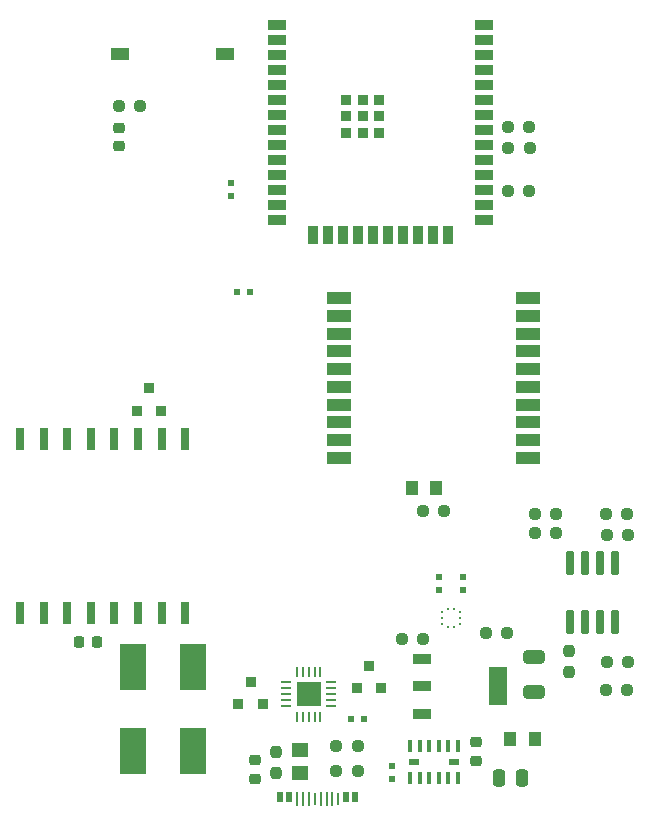
<source format=gbr>
%TF.GenerationSoftware,KiCad,Pcbnew,8.0.5*%
%TF.CreationDate,2025-03-30T22:56:12-04:00*%
%TF.ProjectId,TR3V4,54523356-342e-46b6-9963-61645f706362,rev?*%
%TF.SameCoordinates,Original*%
%TF.FileFunction,Paste,Top*%
%TF.FilePolarity,Positive*%
%FSLAX46Y46*%
G04 Gerber Fmt 4.6, Leading zero omitted, Abs format (unit mm)*
G04 Created by KiCad (PCBNEW 8.0.5) date 2025-03-30 22:56:12*
%MOMM*%
%LPD*%
G01*
G04 APERTURE LIST*
G04 Aperture macros list*
%AMRoundRect*
0 Rectangle with rounded corners*
0 $1 Rounding radius*
0 $2 $3 $4 $5 $6 $7 $8 $9 X,Y pos of 4 corners*
0 Add a 4 corners polygon primitive as box body*
4,1,4,$2,$3,$4,$5,$6,$7,$8,$9,$2,$3,0*
0 Add four circle primitives for the rounded corners*
1,1,$1+$1,$2,$3*
1,1,$1+$1,$4,$5*
1,1,$1+$1,$6,$7*
1,1,$1+$1,$8,$9*
0 Add four rect primitives between the rounded corners*
20,1,$1+$1,$2,$3,$4,$5,0*
20,1,$1+$1,$4,$5,$6,$7,0*
20,1,$1+$1,$6,$7,$8,$9,0*
20,1,$1+$1,$8,$9,$2,$3,0*%
G04 Aperture macros list end*
%ADD10R,0.812800X0.889000*%
%ADD11RoundRect,0.237500X-0.250000X-0.237500X0.250000X-0.237500X0.250000X0.237500X-0.250000X0.237500X0*%
%ADD12RoundRect,0.237500X0.250000X0.237500X-0.250000X0.237500X-0.250000X-0.237500X0.250000X-0.237500X0*%
%ADD13R,0.449200X1.117800*%
%ADD14R,0.813000X0.500000*%
%ADD15R,0.542100X0.933100*%
%ADD16R,0.584200X0.933100*%
%ADD17R,0.252400X1.143000*%
%ADD18R,0.252400X1.135700*%
%ADD19R,0.252398X1.135700*%
%ADD20R,0.252399X1.143000*%
%ADD21R,0.252401X1.143000*%
%ADD22R,1.549400X0.900800*%
%ADD23R,1.549400X3.200400*%
%ADD24RoundRect,0.250000X0.250000X0.475000X-0.250000X0.475000X-0.250000X-0.475000X0.250000X-0.475000X0*%
%ADD25R,1.500000X0.900000*%
%ADD26R,0.900000X1.500000*%
%ADD27R,0.900000X0.900000*%
%ADD28RoundRect,0.250000X-0.650000X0.325000X-0.650000X-0.325000X0.650000X-0.325000X0.650000X0.325000X0*%
%ADD29R,0.812800X0.254000*%
%ADD30R,0.254000X0.812800*%
%ADD31R,2.057400X2.057400*%
%ADD32R,0.500000X0.605600*%
%ADD33RoundRect,0.237500X0.237500X-0.250000X0.237500X0.250000X-0.237500X0.250000X-0.237500X-0.250000X0*%
%ADD34R,1.104900X1.295400*%
%ADD35R,0.605600X0.500000*%
%ADD36R,2.260600X4.013200*%
%ADD37R,0.254000X0.279400*%
%ADD38R,0.254000X0.254000*%
%ADD39RoundRect,0.225000X0.250000X-0.225000X0.250000X0.225000X-0.250000X0.225000X-0.250000X-0.225000X0*%
%ADD40RoundRect,0.042000X-0.258000X0.943000X-0.258000X-0.943000X0.258000X-0.943000X0.258000X0.943000X0*%
%ADD41R,2.006600X0.990600*%
%ADD42R,1.500000X1.100000*%
%ADD43R,1.470000X1.285000*%
%ADD44RoundRect,0.225000X-0.250000X0.225000X-0.250000X-0.225000X0.250000X-0.225000X0.250000X0.225000X0*%
%ADD45RoundRect,0.225000X-0.225000X-0.250000X0.225000X-0.250000X0.225000X0.250000X-0.225000X0.250000X0*%
%ADD46R,0.762000X1.905000*%
G04 APERTURE END LIST*
D10*
%TO.C,Q7*%
X151375001Y-82661999D03*
X153424999Y-82661999D03*
X152400000Y-80772000D03*
%TD*%
D11*
%TO.C,R16*%
X182798418Y-58622000D03*
X184623418Y-58622000D03*
%TD*%
D12*
%TO.C,R31*%
X175662500Y-102000000D03*
X173837500Y-102000000D03*
%TD*%
D11*
%TO.C,R7*%
X168276298Y-113163800D03*
X170101298Y-113163800D03*
%TD*%
D13*
%TO.C,U4*%
X174549999Y-113741802D03*
X175350000Y-113741802D03*
X176150001Y-113741802D03*
X176949999Y-113741802D03*
X177750000Y-113741802D03*
X178549999Y-113741802D03*
D14*
X178268498Y-112370901D03*
D13*
X178550001Y-111000000D03*
X177750000Y-111000000D03*
X176949999Y-111000000D03*
X176150001Y-111000000D03*
X175350000Y-111000000D03*
X174550001Y-111000000D03*
D14*
X174831502Y-112370901D03*
%TD*%
D15*
%TO.C,J2*%
X163501048Y-115390050D03*
D16*
X164279997Y-115390050D03*
D17*
X165456198Y-115495000D03*
D18*
X166456198Y-115498650D03*
D17*
X166956198Y-115495000D03*
X167956198Y-115495000D03*
D15*
X169901048Y-115390050D03*
X169101048Y-115390050D03*
D19*
X168456197Y-115498650D03*
D17*
X167456198Y-115495000D03*
D20*
X165956198Y-115495000D03*
D21*
X164956199Y-115495000D03*
%TD*%
D22*
%TO.C,U3*%
X175538983Y-103700000D03*
X175538983Y-106000000D03*
X175538983Y-108300000D03*
D23*
X181990583Y-106000000D03*
%TD*%
D11*
%TO.C,R12*%
X191077489Y-91440000D03*
X192902489Y-91440000D03*
%TD*%
D24*
%TO.C,C2*%
X184000000Y-113750000D03*
X182100000Y-113750000D03*
%TD*%
D25*
%TO.C,U11*%
X163262000Y-50002000D03*
X163262000Y-51272000D03*
X163262000Y-52542000D03*
X163262000Y-53812000D03*
X163262000Y-55082000D03*
X163262000Y-56352000D03*
X163262000Y-57622000D03*
X163262000Y-58892000D03*
X163262000Y-60162000D03*
X163262000Y-61432000D03*
X163262000Y-62702000D03*
X163262000Y-63972000D03*
X163262000Y-65242000D03*
X163262000Y-66512000D03*
D26*
X166297000Y-67762000D03*
X167567000Y-67762000D03*
X168837000Y-67762000D03*
X170107000Y-67762000D03*
X171377000Y-67762000D03*
X172647000Y-67762000D03*
X173917000Y-67762000D03*
X175187000Y-67762000D03*
X176457000Y-67762000D03*
X177727000Y-67762000D03*
D25*
X180762000Y-66512000D03*
X180762000Y-65242000D03*
X180762000Y-63972000D03*
X180762000Y-62702000D03*
X180762000Y-61432000D03*
X180762000Y-60162000D03*
X180762000Y-58892000D03*
X180762000Y-57622000D03*
X180762000Y-56352000D03*
X180762000Y-55082000D03*
X180762000Y-53812000D03*
X180762000Y-52542000D03*
X180762000Y-51272000D03*
X180762000Y-50002000D03*
D27*
X169112000Y-56322000D03*
X169112000Y-57722000D03*
X169112000Y-59122000D03*
X170512000Y-56322000D03*
X170512000Y-57722000D03*
X170512000Y-59122000D03*
X171912000Y-56322000D03*
X171912000Y-57722000D03*
X171912000Y-59122000D03*
%TD*%
D11*
%TO.C,R30*%
X180925000Y-101500000D03*
X182750000Y-101500000D03*
%TD*%
D28*
%TO.C,C1*%
X184990583Y-103495001D03*
X184990583Y-106445001D03*
%TD*%
D10*
%TO.C,Q3*%
X170000000Y-106139998D03*
X172049998Y-106139998D03*
X171024999Y-104249999D03*
%TD*%
D29*
%TO.C,U6*%
X164046499Y-105656099D03*
X164046499Y-106156101D03*
X164046499Y-106656100D03*
X164046499Y-107156099D03*
X164046499Y-107656101D03*
D30*
X164938798Y-108548400D03*
X165438800Y-108548400D03*
X165938799Y-108548400D03*
X166438798Y-108548400D03*
X166938800Y-108548400D03*
D29*
X167831099Y-107656101D03*
X167831099Y-107156099D03*
X167831099Y-106656100D03*
X167831099Y-106156101D03*
X167831099Y-105656099D03*
D30*
X166938800Y-104763800D03*
X166438798Y-104763800D03*
X165938799Y-104763800D03*
X165438800Y-104763800D03*
X164938798Y-104763800D03*
D31*
X165938799Y-106656100D03*
%TD*%
D32*
%TO.C,C7*%
X173000000Y-113802800D03*
X173000000Y-112697200D03*
%TD*%
D33*
%TO.C,R1*%
X187989989Y-104794407D03*
X187989989Y-102969407D03*
%TD*%
D11*
%TO.C,R22*%
X182816418Y-60372000D03*
X184641418Y-60372000D03*
%TD*%
D10*
%TO.C,Q4*%
X160000000Y-107500000D03*
X162049998Y-107500000D03*
X161024999Y-105610001D03*
%TD*%
D34*
%TO.C,D2*%
X176750000Y-89200000D03*
X174654500Y-89200000D03*
%TD*%
D11*
%TO.C,R15*%
X191088000Y-106273600D03*
X192913000Y-106273600D03*
%TD*%
%TO.C,R21*%
X182798418Y-64062000D03*
X184623418Y-64062000D03*
%TD*%
D35*
%TO.C,C13*%
X169494400Y-108763800D03*
X170600000Y-108763800D03*
%TD*%
D36*
%TO.C,BR1*%
X156170000Y-104311800D03*
X156170000Y-111500000D03*
X151064600Y-111500000D03*
X151064600Y-104311800D03*
%TD*%
D35*
%TO.C,C5*%
X159847200Y-72644000D03*
X160952800Y-72644000D03*
%TD*%
D11*
%TO.C,R8*%
X168263798Y-111038800D03*
X170088798Y-111038800D03*
%TD*%
D37*
%TO.C,U12*%
X178249999Y-99466698D03*
X177749999Y-99466698D03*
D38*
X177226998Y-99727000D03*
X177226998Y-100226999D03*
X177226998Y-100726998D03*
D37*
X177749999Y-100987300D03*
X178249999Y-100987300D03*
D38*
X178773000Y-100726998D03*
X178773000Y-100226999D03*
X178773000Y-99727000D03*
%TD*%
D39*
%TO.C,C21*%
X149890418Y-60237000D03*
X149890418Y-58687000D03*
%TD*%
D40*
%TO.C,Q2*%
X191894989Y-95589407D03*
X190624989Y-95589407D03*
X189354989Y-95589407D03*
X188084989Y-95589407D03*
X188084989Y-100539407D03*
X189354989Y-100539407D03*
X190624989Y-100539407D03*
X191894989Y-100539407D03*
%TD*%
D39*
%TO.C,C12*%
X161438798Y-113813800D03*
X161438798Y-112263800D03*
%TD*%
D41*
%TO.C,U2*%
X168512000Y-73122000D03*
X168512000Y-74623140D03*
X168512000Y-76124280D03*
X168512000Y-77625420D03*
X168512000Y-79126560D03*
X168512000Y-80627700D03*
X168512000Y-82128840D03*
X168512000Y-83629980D03*
X168512000Y-85131120D03*
X168512000Y-86632260D03*
X184514000Y-86632260D03*
X184514000Y-85131120D03*
X184514000Y-83629980D03*
X184514000Y-82128840D03*
X184514000Y-80627700D03*
X184514000Y-79126560D03*
X184514000Y-77625420D03*
X184514000Y-76124280D03*
X184514000Y-74623140D03*
X184514000Y-73122000D03*
%TD*%
D42*
%TO.C,SW5*%
X158870667Y-52412000D03*
X149970667Y-52412000D03*
%TD*%
D11*
%TO.C,R11*%
X185077489Y-92969407D03*
X186902489Y-92969407D03*
%TD*%
D32*
%TO.C,C23*%
X177000000Y-96697200D03*
X177000000Y-97802800D03*
%TD*%
D43*
%TO.C,FB1*%
X165188798Y-113336800D03*
X165188798Y-111390800D03*
%TD*%
D32*
%TO.C,C24*%
X179000000Y-97802800D03*
X179000000Y-96697200D03*
%TD*%
D44*
%TO.C,C6*%
X180086000Y-110725000D03*
X180086000Y-112275000D03*
%TD*%
D34*
%TO.C,D1*%
X185085489Y-110469407D03*
X182989989Y-110469407D03*
%TD*%
D33*
%TO.C,R10*%
X163188798Y-113338800D03*
X163188798Y-111513800D03*
%TD*%
D11*
%TO.C,R2*%
X175617500Y-91186000D03*
X177442500Y-91186000D03*
%TD*%
D12*
%TO.C,R13*%
X186902489Y-91440000D03*
X185077489Y-91440000D03*
%TD*%
D45*
%TO.C,C4*%
X146475000Y-102250000D03*
X148025000Y-102250000D03*
%TD*%
D11*
%TO.C,R17*%
X191164989Y-103969407D03*
X192989989Y-103969407D03*
%TD*%
%TO.C,R19*%
X149860000Y-56896000D03*
X151685000Y-56896000D03*
%TD*%
D32*
%TO.C,C22*%
X159370667Y-63359200D03*
X159370667Y-64464800D03*
%TD*%
D12*
%TO.C,R14*%
X192989989Y-93218000D03*
X191164989Y-93218000D03*
%TD*%
D46*
%TO.C,U7*%
X155500000Y-85061800D03*
X153500001Y-85061800D03*
X151500000Y-85061800D03*
X149500002Y-85061800D03*
X147500000Y-85061800D03*
X145500002Y-85061800D03*
X143500001Y-85061800D03*
X141500000Y-85061800D03*
X141500002Y-99768400D03*
X143500001Y-99768400D03*
X145500002Y-99768400D03*
X147500000Y-99768400D03*
X149500002Y-99768400D03*
X151500000Y-99768400D03*
X153500001Y-99768400D03*
X155500002Y-99768400D03*
%TD*%
M02*

</source>
